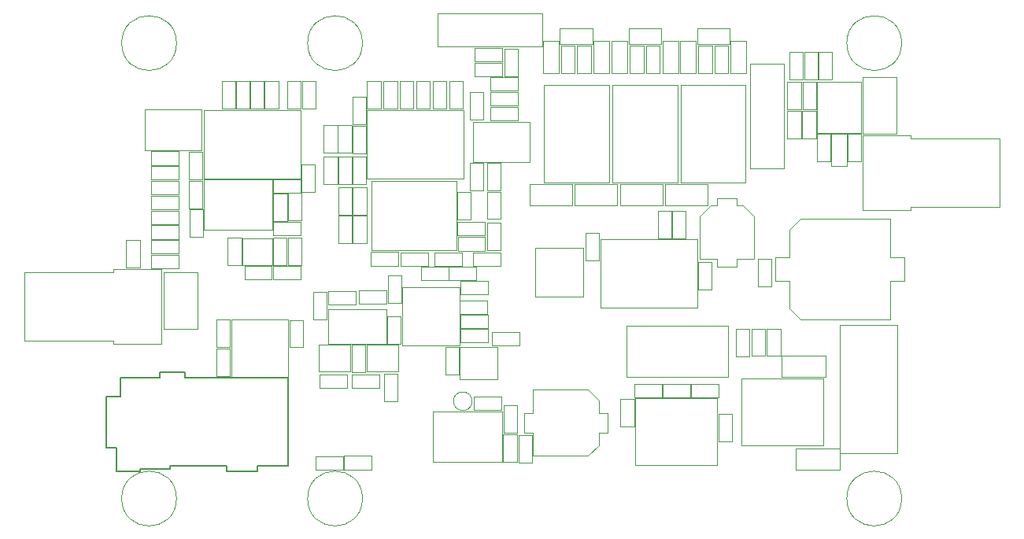
<source format=gbr>
G04 #@! TF.GenerationSoftware,KiCad,Pcbnew,7.0.10*
G04 #@! TF.CreationDate,2024-02-06T16:41:22-06:00*
G04 #@! TF.ProjectId,radiohead,72616469-6f68-4656-9164-2e6b69636164,2.0*
G04 #@! TF.SameCoordinates,Original*
G04 #@! TF.FileFunction,Other,User*
%FSLAX46Y46*%
G04 Gerber Fmt 4.6, Leading zero omitted, Abs format (unit mm)*
G04 Created by KiCad (PCBNEW 7.0.10) date 2024-02-06 16:41:22*
%MOMM*%
%LPD*%
G01*
G04 APERTURE LIST*
%ADD10C,0.050000*%
%ADD11C,0.152400*%
G04 APERTURE END LIST*
D10*
X91313200Y-110531600D02*
X91313200Y-107571600D01*
X92773200Y-110531600D02*
X91313200Y-110531600D01*
X91313200Y-107571600D02*
X92773200Y-107571600D01*
X92773200Y-107571600D02*
X92773200Y-110531600D01*
X99868000Y-124423400D02*
X99868000Y-127383400D01*
X98408000Y-124423400D02*
X99868000Y-124423400D01*
X99868000Y-127383400D02*
X98408000Y-127383400D01*
X98408000Y-127383400D02*
X98408000Y-124423400D01*
X96710400Y-128917400D02*
X93750400Y-128917400D01*
X96710400Y-127457400D02*
X96710400Y-128917400D01*
X93750400Y-128917400D02*
X93750400Y-127457400D01*
X93750400Y-127457400D02*
X96710400Y-127457400D01*
X99903200Y-119539600D02*
X99903200Y-116579600D01*
X101363200Y-119539600D02*
X99903200Y-119539600D01*
X99903200Y-116579600D02*
X101363200Y-116579600D01*
X101363200Y-116579600D02*
X101363200Y-119539600D01*
X94396532Y-110531600D02*
X94396532Y-107571600D01*
X95856532Y-110531600D02*
X94396532Y-110531600D01*
X94396532Y-107571600D02*
X95856532Y-107571600D01*
X95856532Y-107571600D02*
X95856532Y-110531600D01*
X99883700Y-119635400D02*
X99883700Y-122595400D01*
X98423700Y-119635400D02*
X99883700Y-119635400D01*
X99883700Y-122595400D02*
X98423700Y-122595400D01*
X98423700Y-122595400D02*
X98423700Y-119635400D01*
X109167600Y-131416400D02*
X109167600Y-128456400D01*
X110627600Y-131416400D02*
X109167600Y-131416400D01*
X109167600Y-128456400D02*
X110627600Y-128456400D01*
X110627600Y-128456400D02*
X110627600Y-131416400D01*
X95938200Y-110531600D02*
X95938200Y-107571600D01*
X97398200Y-110531600D02*
X95938200Y-110531600D01*
X95938200Y-107571600D02*
X97398200Y-107571600D01*
X97398200Y-107571600D02*
X97398200Y-110531600D01*
X119963900Y-130552800D02*
X117003900Y-130552800D01*
X119963900Y-129092800D02*
X119963900Y-130552800D01*
X117003900Y-130552800D02*
X117003900Y-129092800D01*
X117003900Y-129092800D02*
X119963900Y-129092800D01*
X121493200Y-107051600D02*
X118533200Y-107051600D01*
X121493200Y-105591600D02*
X121493200Y-107051600D01*
X118533200Y-107051600D02*
X118533200Y-105591600D01*
X118533200Y-105591600D02*
X121493200Y-105591600D01*
X120213200Y-108773600D02*
X123173200Y-108773600D01*
X120213200Y-110233600D02*
X120213200Y-108773600D01*
X123173200Y-108773600D02*
X123173200Y-110233600D01*
X123173200Y-110233600D02*
X120213200Y-110233600D01*
X121493200Y-105485600D02*
X118533200Y-105485600D01*
X121493200Y-104025600D02*
X121493200Y-105485600D01*
X118533200Y-105485600D02*
X118533200Y-104025600D01*
X118533200Y-104025600D02*
X121493200Y-104025600D01*
X120213200Y-107177600D02*
X123173200Y-107177600D01*
X120213200Y-108637600D02*
X120213200Y-107177600D01*
X123173200Y-107177600D02*
X123173200Y-108637600D01*
X123173200Y-108637600D02*
X120213200Y-108637600D01*
X123173200Y-111829600D02*
X120213200Y-111829600D01*
X123173200Y-110369600D02*
X123173200Y-111829600D01*
X120213200Y-111829600D02*
X120213200Y-110369600D01*
X120213200Y-110369600D02*
X123173200Y-110369600D01*
X106450000Y-103500000D02*
G75*
G03*
X100550000Y-103500000I-2950000J0D01*
G01*
X100550000Y-103500000D02*
G75*
G03*
X106450000Y-103500000I2950000J0D01*
G01*
X164450000Y-103500000D02*
G75*
G03*
X158550000Y-103500000I-2950000J0D01*
G01*
X158550000Y-103500000D02*
G75*
G03*
X164450000Y-103500000I2950000J0D01*
G01*
X86692800Y-116598974D02*
X83732800Y-116598974D01*
X86692800Y-115138974D02*
X86692800Y-116598974D01*
X83732800Y-116598974D02*
X83732800Y-115138974D01*
X83732800Y-115138974D02*
X86692800Y-115138974D01*
X86692800Y-124560844D02*
X83732800Y-124560844D01*
X86692800Y-123100844D02*
X86692800Y-124560844D01*
X83732800Y-124560844D02*
X83732800Y-123100844D01*
X83732800Y-123100844D02*
X86692800Y-123100844D01*
X83732800Y-118323722D02*
X86692800Y-118323722D01*
X83732800Y-119783722D02*
X83732800Y-118323722D01*
X86692800Y-118323722D02*
X86692800Y-119783722D01*
X86692800Y-119783722D02*
X83732800Y-119783722D01*
X86692800Y-118191348D02*
X83732800Y-118191348D01*
X86692800Y-116731348D02*
X86692800Y-118191348D01*
X83732800Y-118191348D02*
X83732800Y-116731348D01*
X83732800Y-116731348D02*
X86692800Y-116731348D01*
X86692800Y-126153218D02*
X83732800Y-126153218D01*
X86692800Y-124693218D02*
X86692800Y-126153218D01*
X83732800Y-126153218D02*
X83732800Y-124693218D01*
X83732800Y-124693218D02*
X86692800Y-124693218D01*
X84830000Y-127857600D02*
X84830000Y-135857600D01*
X79630000Y-127857600D02*
X84830000Y-127857600D01*
X79630000Y-128177600D02*
X79630000Y-127857600D01*
X70110000Y-128177600D02*
X79630000Y-128177600D01*
X79630000Y-135537600D02*
X70110000Y-135537600D01*
X79630000Y-135537600D02*
X79630000Y-135857600D01*
X70110000Y-135537600D02*
X70110000Y-128177600D01*
X79630000Y-135857600D02*
X84830000Y-135857600D01*
X103862600Y-125043800D02*
X103862600Y-122083800D01*
X105322600Y-125043800D02*
X103862600Y-125043800D01*
X103862600Y-122083800D02*
X105322600Y-122083800D01*
X105322600Y-122083800D02*
X105322600Y-125043800D01*
X116668000Y-122464800D02*
X116668000Y-119504800D01*
X118128000Y-122464800D02*
X116668000Y-122464800D01*
X116668000Y-119504800D02*
X118128000Y-119504800D01*
X118128000Y-119504800D02*
X118128000Y-122464800D01*
X113480400Y-127514200D02*
X110520400Y-127514200D01*
X113480400Y-126054200D02*
X113480400Y-127514200D01*
X110520400Y-127514200D02*
X110520400Y-126054200D01*
X110520400Y-126054200D02*
X113480400Y-126054200D01*
X106889800Y-122084000D02*
X106889800Y-125044000D01*
X105429800Y-122084000D02*
X106889800Y-122084000D01*
X106889800Y-125044000D02*
X105429800Y-125044000D01*
X105429800Y-125044000D02*
X105429800Y-122084000D01*
X96880400Y-122629800D02*
X96880400Y-119669800D01*
X98340400Y-122629800D02*
X96880400Y-122629800D01*
X96880400Y-119669800D02*
X98340400Y-119669800D01*
X98340400Y-119669800D02*
X98340400Y-122629800D01*
X87781500Y-121257200D02*
X87781500Y-118297200D01*
X89241500Y-121257200D02*
X87781500Y-121257200D01*
X87781500Y-118297200D02*
X89241500Y-118297200D01*
X89241500Y-118297200D02*
X89241500Y-121257200D01*
X98334800Y-110542200D02*
X98334800Y-107582200D01*
X99794800Y-110542200D02*
X98334800Y-110542200D01*
X98334800Y-107582200D02*
X99794800Y-107582200D01*
X99794800Y-107582200D02*
X99794800Y-110542200D01*
X108720080Y-110539600D02*
X108720080Y-107579600D01*
X110180080Y-110539600D02*
X108720080Y-110539600D01*
X108720080Y-107579600D02*
X110180080Y-107579600D01*
X110180080Y-107579600D02*
X110180080Y-110539600D01*
X105693200Y-131651600D02*
X102733200Y-131651600D01*
X105693200Y-130191600D02*
X105693200Y-131651600D01*
X102733200Y-131651600D02*
X102733200Y-130191600D01*
X102733200Y-130191600D02*
X105693200Y-130191600D01*
X117032200Y-132729200D02*
X119992200Y-132729200D01*
X117032200Y-134189200D02*
X117032200Y-132729200D01*
X119992200Y-132729200D02*
X119992200Y-134189200D01*
X119992200Y-134189200D02*
X117032200Y-134189200D01*
X114214200Y-126058200D02*
X117174200Y-126058200D01*
X114214200Y-127518200D02*
X114214200Y-126058200D01*
X117174200Y-126058200D02*
X117174200Y-127518200D01*
X117174200Y-127518200D02*
X114214200Y-127518200D01*
X110336200Y-127445600D02*
X107376200Y-127445600D01*
X110336200Y-125985600D02*
X110336200Y-127445600D01*
X107376200Y-127445600D02*
X107376200Y-125985600D01*
X107376200Y-125985600D02*
X110336200Y-125985600D01*
X99796040Y-119600500D02*
X96836040Y-119600500D01*
X99796040Y-118140500D02*
X99796040Y-119600500D01*
X96836040Y-119600500D02*
X96836040Y-118140500D01*
X96836040Y-118140500D02*
X99796040Y-118140500D01*
X118469400Y-141537400D02*
X121429400Y-141537400D01*
X118469400Y-142997400D02*
X118469400Y-141537400D01*
X121429400Y-141537400D02*
X121429400Y-142997400D01*
X121429400Y-142997400D02*
X118469400Y-142997400D01*
X123263000Y-148608800D02*
X123263000Y-145648800D01*
X124723000Y-148608800D02*
X123263000Y-148608800D01*
X123263000Y-145648800D02*
X124723000Y-145648800D01*
X124723000Y-145648800D02*
X124723000Y-148608800D01*
X106450000Y-152500000D02*
G75*
G03*
X100550000Y-152500000I-2950000J0D01*
G01*
X100550000Y-152500000D02*
G75*
G03*
X106450000Y-152500000I2950000J0D01*
G01*
X96851800Y-127467400D02*
X99811800Y-127467400D01*
X96851800Y-128927400D02*
X96851800Y-127467400D01*
X99811800Y-127467400D02*
X99811800Y-128927400D01*
X99811800Y-128927400D02*
X96851800Y-128927400D01*
X109043500Y-135859500D02*
X109043500Y-132159500D01*
X109043500Y-135859500D02*
X102743500Y-135859500D01*
X109043500Y-132159500D02*
X102743500Y-132159500D01*
X102743500Y-135859500D02*
X102743500Y-132159500D01*
X92854866Y-110531600D02*
X92854866Y-107571600D01*
X94314866Y-110531600D02*
X92854866Y-110531600D01*
X92854866Y-107571600D02*
X94314866Y-107571600D01*
X94314866Y-107571600D02*
X94314866Y-110531600D01*
X119950800Y-135715200D02*
X116990800Y-135715200D01*
X119950800Y-134255200D02*
X119950800Y-135715200D01*
X116990800Y-135715200D02*
X116990800Y-134255200D01*
X116990800Y-134255200D02*
X119950800Y-134255200D01*
X87839460Y-124319060D02*
X87839460Y-121359060D01*
X89299460Y-124319060D02*
X87839460Y-124319060D01*
X87839460Y-121359060D02*
X89299460Y-121359060D01*
X89299460Y-121359060D02*
X89299460Y-124319060D01*
X99836300Y-124204500D02*
X96876300Y-124204500D01*
X99836300Y-122744500D02*
X99836300Y-124204500D01*
X96876300Y-124204500D02*
X96876300Y-122744500D01*
X96876300Y-122744500D02*
X99836300Y-122744500D01*
X86692800Y-122968470D02*
X83732800Y-122968470D01*
X86692800Y-121508470D02*
X86692800Y-122968470D01*
X83732800Y-122968470D02*
X83732800Y-121508470D01*
X83732800Y-121508470D02*
X86692800Y-121508470D01*
X164450000Y-152500000D02*
G75*
G03*
X158550000Y-152500000I-2950000J0D01*
G01*
X158550000Y-152500000D02*
G75*
G03*
X164450000Y-152500000I2950000J0D01*
G01*
X153060000Y-147078000D02*
X153060000Y-149378000D01*
X153060000Y-147078000D02*
X157760000Y-147078000D01*
X157760000Y-147078000D02*
X157760000Y-149378000D01*
X157760000Y-149378000D02*
X153060000Y-149378000D01*
X114063600Y-143154600D02*
X114063600Y-148554600D01*
X114063600Y-148554600D02*
X121463600Y-148554600D01*
X121463600Y-143154600D02*
X114063600Y-143154600D01*
X121463600Y-148554600D02*
X121463600Y-143154600D01*
X116897200Y-135997200D02*
X116897200Y-129797200D01*
X116897200Y-129797200D02*
X110697200Y-129797200D01*
X110697200Y-135997200D02*
X116897200Y-135997200D01*
X110697200Y-129797200D02*
X110697200Y-135997200D01*
X121589000Y-148542200D02*
X121589000Y-145582200D01*
X123049000Y-148542200D02*
X121589000Y-148542200D01*
X121589000Y-145582200D02*
X123049000Y-145582200D01*
X123049000Y-145582200D02*
X123049000Y-148542200D01*
X118708200Y-129023800D02*
X115748200Y-129023800D01*
X118708200Y-127563800D02*
X118708200Y-129023800D01*
X115748200Y-129023800D02*
X115748200Y-127563800D01*
X115748200Y-127563800D02*
X118708200Y-127563800D01*
X105380400Y-112253200D02*
X105380400Y-109293200D01*
X106840400Y-112253200D02*
X105380400Y-112253200D01*
X105380400Y-109293200D02*
X106840400Y-109293200D01*
X106840400Y-109293200D02*
X106840400Y-112253200D01*
X89217800Y-115206400D02*
X89217800Y-118166400D01*
X87757800Y-115206400D02*
X89217800Y-115206400D01*
X89217800Y-118166400D02*
X87757800Y-118166400D01*
X87757800Y-118166400D02*
X87757800Y-115206400D01*
X119897600Y-132679200D02*
X116937600Y-132679200D01*
X119897600Y-131219200D02*
X119897600Y-132679200D01*
X116937600Y-132679200D02*
X116937600Y-131219200D01*
X116937600Y-131219200D02*
X119897600Y-131219200D01*
X90719200Y-139323000D02*
X90719200Y-136363000D01*
X92179200Y-139323000D02*
X90719200Y-139323000D01*
X90719200Y-136363000D02*
X92179200Y-136363000D01*
X92179200Y-136363000D02*
X92179200Y-139323000D01*
X92194000Y-133262200D02*
X92194000Y-136222200D01*
X90734000Y-133262200D02*
X92194000Y-133262200D01*
X92194000Y-136222200D02*
X90734000Y-136222200D01*
X90734000Y-136222200D02*
X90734000Y-133262200D01*
X100100200Y-133276800D02*
X100100200Y-136236800D01*
X98640200Y-133276800D02*
X100100200Y-133276800D01*
X100100200Y-136236800D02*
X98640200Y-136236800D01*
X98640200Y-136236800D02*
X98640200Y-133276800D01*
X106918200Y-118076600D02*
X117318200Y-118076600D01*
X117318200Y-118076600D02*
X117318200Y-110676600D01*
X106918200Y-110676600D02*
X106918200Y-118076600D01*
X117318200Y-110676600D02*
X106918200Y-110676600D01*
X83732800Y-119916096D02*
X86692800Y-119916096D01*
X83732800Y-121376096D02*
X83732800Y-119916096D01*
X86692800Y-119916096D02*
X86692800Y-121376096D01*
X86692800Y-121376096D02*
X83732800Y-121376096D01*
X86692800Y-127745598D02*
X83732800Y-127745598D01*
X86692800Y-126285598D02*
X86692800Y-127745598D01*
X83732800Y-127745598D02*
X83732800Y-126285598D01*
X83732800Y-126285598D02*
X86692800Y-126285598D01*
X115369400Y-139189000D02*
X115369400Y-136229000D01*
X116829400Y-139189000D02*
X115369400Y-139189000D01*
X115369400Y-136229000D02*
X116829400Y-136229000D01*
X116829400Y-136229000D02*
X116829400Y-139189000D01*
X105304800Y-138931000D02*
X105304800Y-135971000D01*
X106764800Y-138931000D02*
X105304800Y-138931000D01*
X105304800Y-135971000D02*
X106764800Y-135971000D01*
X106764800Y-135971000D02*
X106764800Y-138931000D01*
X116687400Y-122755200D02*
X119647400Y-122755200D01*
X116687400Y-124215200D02*
X116687400Y-122755200D01*
X119647400Y-122755200D02*
X119647400Y-124215200D01*
X119647400Y-124215200D02*
X116687400Y-124215200D01*
X150860000Y-126508000D02*
X150860000Y-129108000D01*
X150860000Y-129108000D02*
X152410000Y-129108000D01*
X152410000Y-123558000D02*
X152410000Y-126508000D01*
X152410000Y-123558000D02*
X153560000Y-122408000D01*
X152410000Y-126508000D02*
X150860000Y-126508000D01*
X152410000Y-129108000D02*
X152410000Y-132058000D01*
X152410000Y-132058000D02*
X153560000Y-133208000D01*
X153560000Y-122408000D02*
X163210000Y-122408000D01*
X153560000Y-133208000D02*
X163210000Y-133208000D01*
X163210000Y-122408000D02*
X163210000Y-126508000D01*
X163210000Y-126508000D02*
X164760000Y-126508000D01*
X163210000Y-129108000D02*
X163210000Y-133208000D01*
X164760000Y-126508000D02*
X164760000Y-129108000D01*
X164760000Y-129108000D02*
X163210000Y-129108000D01*
X102623200Y-130296600D02*
X102623200Y-133256600D01*
X101163200Y-130296600D02*
X102623200Y-130296600D01*
X102623200Y-133256600D02*
X101163200Y-133256600D01*
X101163200Y-133256600D02*
X101163200Y-130296600D01*
X120356000Y-134585400D02*
X123316000Y-134585400D01*
X120356000Y-136045400D02*
X120356000Y-134585400D01*
X123316000Y-134585400D02*
X123316000Y-136045400D01*
X123316000Y-136045400D02*
X120356000Y-136045400D01*
X157820000Y-133836000D02*
X157820000Y-147586000D01*
X157820000Y-147586000D02*
X163970000Y-147586000D01*
X163970000Y-133836000D02*
X157820000Y-133836000D01*
X163970000Y-147586000D02*
X163970000Y-133836000D01*
X148104600Y-134228800D02*
X148104600Y-137188800D01*
X146644600Y-134228800D02*
X148104600Y-134228800D01*
X148104600Y-137188800D02*
X146644600Y-137188800D01*
X146644600Y-137188800D02*
X146644600Y-134228800D01*
X148320000Y-137168000D02*
X148320000Y-134208000D01*
X149780000Y-137168000D02*
X148320000Y-137168000D01*
X148320000Y-134208000D02*
X149780000Y-134208000D01*
X149780000Y-134208000D02*
X149780000Y-137168000D01*
X105317000Y-119005000D02*
X105317000Y-121965000D01*
X103857000Y-119005000D02*
X105317000Y-119005000D01*
X105317000Y-121965000D02*
X103857000Y-121965000D01*
X103857000Y-121965000D02*
X103857000Y-119005000D01*
X105417200Y-121967600D02*
X105417200Y-119007600D01*
X106877200Y-121967600D02*
X105417200Y-121967600D01*
X105417200Y-119007600D02*
X106877200Y-119007600D01*
X106877200Y-119007600D02*
X106877200Y-121967600D01*
X118239800Y-142029400D02*
G75*
G03*
X116239800Y-142029400I-1000000J0D01*
G01*
X116239800Y-142029400D02*
G75*
G03*
X118239800Y-142029400I1000000J0D01*
G01*
X156030000Y-146798000D02*
X156030000Y-139598000D01*
X156030000Y-139598000D02*
X147230000Y-139598000D01*
X147230000Y-146798000D02*
X156030000Y-146798000D01*
X147230000Y-139598000D02*
X147230000Y-146798000D01*
X116696400Y-124374800D02*
X119656400Y-124374800D01*
X116696400Y-125834800D02*
X116696400Y-124374800D01*
X119656400Y-124374800D02*
X119656400Y-125834800D01*
X119656400Y-125834800D02*
X116696400Y-125834800D01*
X91956800Y-127403200D02*
X91956800Y-124443200D01*
X93416800Y-127403200D02*
X91956800Y-127403200D01*
X91956800Y-124443200D02*
X93416800Y-124443200D01*
X93416800Y-124443200D02*
X93416800Y-127403200D01*
X124425200Y-116306600D02*
X118329200Y-116306600D01*
X124425200Y-111966600D02*
X124425200Y-116306600D01*
X118329200Y-116306600D02*
X118329200Y-111966600D01*
X118329200Y-111966600D02*
X124425200Y-111966600D01*
X83075200Y-110666600D02*
X89171200Y-110666600D01*
X83075200Y-115006600D02*
X83075200Y-110666600D01*
X89171200Y-110666600D02*
X89171200Y-115006600D01*
X89171200Y-115006600D02*
X83075200Y-115006600D01*
X144730600Y-141610800D02*
X141770600Y-141610800D01*
X144730600Y-140150800D02*
X144730600Y-141610800D01*
X141770600Y-141610800D02*
X141770600Y-140150800D01*
X141770600Y-140150800D02*
X144730600Y-140150800D01*
X141698400Y-141629200D02*
X138738400Y-141629200D01*
X141698400Y-140169200D02*
X141698400Y-141629200D01*
X138738400Y-141629200D02*
X138738400Y-140169200D01*
X138738400Y-140169200D02*
X141698400Y-140169200D01*
X121621800Y-145447200D02*
X121621800Y-142487200D01*
X123081800Y-145447200D02*
X121621800Y-145447200D01*
X121621800Y-142487200D02*
X123081800Y-142487200D01*
X123081800Y-142487200D02*
X123081800Y-145447200D01*
X150449200Y-126723600D02*
X150449200Y-129683600D01*
X148989200Y-126723600D02*
X150449200Y-126723600D01*
X150449200Y-129683600D02*
X148989200Y-129683600D01*
X148989200Y-129683600D02*
X148989200Y-126723600D01*
X108406800Y-107579600D02*
X108406800Y-110539600D01*
X106946800Y-107579600D02*
X108406800Y-107579600D01*
X108406800Y-110539600D02*
X106946800Y-110539600D01*
X106946800Y-110539600D02*
X106946800Y-107579600D01*
X151410000Y-134208000D02*
X151410000Y-137168000D01*
X149950000Y-134208000D02*
X151410000Y-134208000D01*
X151410000Y-137168000D02*
X149950000Y-137168000D01*
X149950000Y-137168000D02*
X149950000Y-134208000D01*
X146187800Y-143385400D02*
X146187800Y-146345400D01*
X144727800Y-143385400D02*
X146187800Y-143385400D01*
X146187800Y-146345400D02*
X144727800Y-146345400D01*
X144727800Y-146345400D02*
X144727800Y-143385400D01*
X144608000Y-148888000D02*
X144608000Y-141688000D01*
X144608000Y-141688000D02*
X135808000Y-141688000D01*
X135808000Y-148888000D02*
X144608000Y-148888000D01*
X135808000Y-141688000D02*
X135808000Y-148888000D01*
X118363600Y-126049600D02*
X121323600Y-126049600D01*
X118363600Y-127509600D02*
X118363600Y-126049600D01*
X121323600Y-126049600D02*
X121323600Y-127509600D01*
X121323600Y-127509600D02*
X118363600Y-127509600D01*
X112741000Y-127549800D02*
X115701000Y-127549800D01*
X112741000Y-129009800D02*
X112741000Y-127549800D01*
X115701000Y-127549800D02*
X115701000Y-129009800D01*
X115701000Y-129009800D02*
X112741000Y-129009800D01*
X134220200Y-144736000D02*
X134220200Y-141776000D01*
X135680200Y-144736000D02*
X134220200Y-144736000D01*
X134220200Y-141776000D02*
X135680200Y-141776000D01*
X135680200Y-141776000D02*
X135680200Y-144736000D01*
X132790000Y-145398000D02*
X132790000Y-143298000D01*
X132790000Y-143298000D02*
X131890000Y-143298000D01*
X131890000Y-146748000D02*
X131890000Y-145398000D01*
X131890000Y-146748000D02*
X130740000Y-147898000D01*
X131890000Y-145398000D02*
X132790000Y-145398000D01*
X131890000Y-143298000D02*
X131890000Y-141948000D01*
X131890000Y-141948000D02*
X130740000Y-140798000D01*
X130740000Y-147898000D02*
X124790000Y-147898000D01*
X130740000Y-140798000D02*
X124790000Y-140798000D01*
X124790000Y-147898000D02*
X124790000Y-145398000D01*
X124790000Y-145398000D02*
X123890000Y-145398000D01*
X124790000Y-143298000D02*
X124790000Y-140798000D01*
X123890000Y-145398000D02*
X123890000Y-143298000D01*
X123890000Y-143298000D02*
X124790000Y-143298000D01*
X96764800Y-123588200D02*
X96764800Y-118188200D01*
X96764800Y-118188200D02*
X89364800Y-118188200D01*
X89364800Y-123588200D02*
X96764800Y-123588200D01*
X89364800Y-118188200D02*
X89364800Y-123588200D01*
X96846600Y-127394200D02*
X96846600Y-124434200D01*
X98306600Y-127394200D02*
X96846600Y-127394200D01*
X96846600Y-124434200D02*
X98306600Y-124434200D01*
X98306600Y-124434200D02*
X98306600Y-127394200D01*
X119871400Y-125786200D02*
X119871400Y-122826200D01*
X121331400Y-125786200D02*
X119871400Y-125786200D01*
X119871400Y-122826200D02*
X121331400Y-122826200D01*
X121331400Y-122826200D02*
X121331400Y-125786200D01*
X105393200Y-118669600D02*
X105393200Y-115709600D01*
X106853200Y-118669600D02*
X105393200Y-118669600D01*
X105393200Y-115709600D02*
X106853200Y-115709600D01*
X106853200Y-115709600D02*
X106853200Y-118669600D01*
X103843200Y-118659600D02*
X103843200Y-115699600D01*
X105303200Y-118659600D02*
X103843200Y-118659600D01*
X103843200Y-115699600D02*
X105303200Y-115699600D01*
X105303200Y-115699600D02*
X105303200Y-118659600D01*
X114039920Y-110539600D02*
X114039920Y-107579600D01*
X115499920Y-110539600D02*
X114039920Y-110539600D01*
X114039920Y-107579600D02*
X115499920Y-107579600D01*
X115499920Y-107579600D02*
X115499920Y-110539600D01*
X110493360Y-110539600D02*
X110493360Y-107579600D01*
X111953360Y-110539600D02*
X110493360Y-110539600D01*
X110493360Y-107579600D02*
X111953360Y-107579600D01*
X111953360Y-107579600D02*
X111953360Y-110539600D01*
X115813200Y-110539600D02*
X115813200Y-107579600D01*
X117273200Y-110539600D02*
X115813200Y-110539600D01*
X115813200Y-107579600D02*
X117273200Y-107579600D01*
X117273200Y-107579600D02*
X117273200Y-110539600D01*
X112266640Y-110539600D02*
X112266640Y-107579600D01*
X113726640Y-110539600D02*
X112266640Y-110539600D01*
X112266640Y-107579600D02*
X113726640Y-107579600D01*
X113726640Y-107579600D02*
X113726640Y-110539600D01*
X119848200Y-122438600D02*
X119848200Y-119478600D01*
X121308200Y-122438600D02*
X119848200Y-122438600D01*
X119848200Y-119478600D02*
X121308200Y-119478600D01*
X121308200Y-119478600D02*
X121308200Y-122438600D01*
X117982000Y-119374200D02*
X117982000Y-116414200D01*
X119442000Y-119374200D02*
X117982000Y-119374200D01*
X117982000Y-116414200D02*
X119442000Y-116414200D01*
X119442000Y-116414200D02*
X119442000Y-119374200D01*
X119483200Y-108749600D02*
X119483200Y-111709600D01*
X118023200Y-108749600D02*
X119483200Y-108749600D01*
X119483200Y-111709600D02*
X118023200Y-111709600D01*
X118023200Y-111709600D02*
X118023200Y-108749600D01*
X105383200Y-115339600D02*
X105383200Y-112379600D01*
X106843200Y-115339600D02*
X105383200Y-115339600D01*
X105383200Y-112379600D02*
X106843200Y-112379600D01*
X106843200Y-112379600D02*
X106843200Y-115339600D01*
X103823200Y-115319600D02*
X103823200Y-112359600D01*
X105283200Y-115319600D02*
X103823200Y-115319600D01*
X103823200Y-112359600D02*
X105283200Y-112359600D01*
X105283200Y-112359600D02*
X105283200Y-115319600D01*
X102293200Y-115309600D02*
X102293200Y-112349600D01*
X103753200Y-115309600D02*
X102293200Y-115309600D01*
X102293200Y-112349600D02*
X103753200Y-112349600D01*
X103753200Y-112349600D02*
X103753200Y-115309600D01*
X102293200Y-118649600D02*
X102293200Y-115689600D01*
X103753200Y-118649600D02*
X102293200Y-118649600D01*
X102293200Y-115689600D02*
X103753200Y-115689600D01*
X103753200Y-115689600D02*
X103753200Y-118649600D01*
X116896400Y-136239200D02*
X116896400Y-139639200D01*
X116896400Y-139639200D02*
X120996400Y-139639200D01*
X120996400Y-136239200D02*
X116896400Y-136239200D01*
X120996400Y-139639200D02*
X120996400Y-136239200D01*
X156240000Y-139388000D02*
X156240000Y-137088000D01*
X156240000Y-139388000D02*
X151540000Y-139388000D01*
X151540000Y-139388000D02*
X151540000Y-137088000D01*
X151540000Y-137088000D02*
X156240000Y-137088000D01*
X123175000Y-104115000D02*
X123175000Y-107075000D01*
X121715000Y-104115000D02*
X123175000Y-104115000D01*
X123175000Y-107075000D02*
X121715000Y-107075000D01*
X121715000Y-107075000D02*
X121715000Y-104115000D01*
X107408600Y-125747000D02*
X116568600Y-125747000D01*
X116568600Y-125747000D02*
X116568600Y-118347000D01*
X107408600Y-118347000D02*
X107408600Y-125747000D01*
X116568600Y-118347000D02*
X107408600Y-118347000D01*
X138718332Y-120935000D02*
X134158332Y-120935000D01*
X138718332Y-118695000D02*
X138718332Y-120935000D01*
X134158332Y-120935000D02*
X134158332Y-118695000D01*
X134158332Y-118695000D02*
X138718332Y-118695000D01*
X105295000Y-139125000D02*
X108255000Y-139125000D01*
X105295000Y-140585000D02*
X105295000Y-139125000D01*
X108255000Y-139125000D02*
X108255000Y-140585000D01*
X108255000Y-140585000D02*
X105295000Y-140585000D01*
X131185000Y-103635000D02*
X127685000Y-103635000D01*
X131185000Y-101935000D02*
X131185000Y-103635000D01*
X127685000Y-103635000D02*
X127685000Y-101935000D01*
X127685000Y-101935000D02*
X131185000Y-101935000D01*
X145795000Y-139415000D02*
X145795000Y-133915000D01*
X145795000Y-133915000D02*
X134895000Y-133915000D01*
X134895000Y-139415000D02*
X145795000Y-139415000D01*
X134895000Y-133915000D02*
X134895000Y-139415000D01*
X141235000Y-121535000D02*
X141235000Y-124495000D01*
X139775000Y-121535000D02*
X141235000Y-121535000D01*
X141235000Y-124495000D02*
X139775000Y-124495000D01*
X139775000Y-124495000D02*
X139775000Y-121535000D01*
X131017220Y-103765000D02*
X131017220Y-106725000D01*
X129557220Y-103765000D02*
X131017220Y-103765000D01*
X131017220Y-106725000D02*
X129557220Y-106725000D01*
X129557220Y-106725000D02*
X129557220Y-103765000D01*
X148155000Y-105745000D02*
X148155000Y-116945000D01*
X148155000Y-116945000D02*
X151755000Y-116945000D01*
X151755000Y-105745000D02*
X148155000Y-105745000D01*
X151755000Y-116945000D02*
X151755000Y-105745000D01*
X155485000Y-107445000D02*
X155485000Y-104485000D01*
X156945000Y-107445000D02*
X155485000Y-107445000D01*
X155485000Y-104485000D02*
X156945000Y-104485000D01*
X156945000Y-104485000D02*
X156945000Y-107445000D01*
X101425000Y-147925000D02*
X104385000Y-147925000D01*
X101425000Y-149385000D02*
X101425000Y-147925000D01*
X104385000Y-147925000D02*
X104385000Y-149385000D01*
X104385000Y-149385000D02*
X101425000Y-149385000D01*
X142335000Y-103225000D02*
X142335000Y-106725000D01*
X140635000Y-103225000D02*
X142335000Y-103225000D01*
X142335000Y-106725000D02*
X140635000Y-106725000D01*
X140635000Y-106725000D02*
X140635000Y-103225000D01*
X106063600Y-130105400D02*
X109023600Y-130105400D01*
X106063600Y-131565400D02*
X106063600Y-130105400D01*
X109023600Y-130105400D02*
X109023600Y-131565400D01*
X109023600Y-131565400D02*
X106063600Y-131565400D01*
X125015000Y-125545000D02*
X125015000Y-130745000D01*
X125015000Y-130745000D02*
X130215000Y-130745000D01*
X130215000Y-125545000D02*
X125015000Y-125545000D01*
X130215000Y-130745000D02*
X130215000Y-125545000D01*
X104485000Y-147915000D02*
X107445000Y-147915000D01*
X104485000Y-149375000D02*
X104485000Y-147915000D01*
X107445000Y-147915000D02*
X107445000Y-149375000D01*
X107445000Y-149375000D02*
X104485000Y-149375000D01*
X127555000Y-103225000D02*
X127555000Y-106725000D01*
X125855000Y-103225000D02*
X127555000Y-103225000D01*
X127555000Y-106725000D02*
X125855000Y-106725000D01*
X125855000Y-106725000D02*
X125855000Y-103225000D01*
X160075000Y-107675000D02*
X155335000Y-107675000D01*
X160075000Y-107675000D02*
X160075000Y-113135000D01*
X155335000Y-113135000D02*
X155335000Y-107675000D01*
X155335000Y-113135000D02*
X160075000Y-113135000D01*
X121309800Y-116414800D02*
X121309800Y-119374800D01*
X119849800Y-116414800D02*
X121309800Y-116414800D01*
X121309800Y-119374800D02*
X119849800Y-119374800D01*
X119849800Y-119374800D02*
X119849800Y-116414800D01*
X101735000Y-138853200D02*
X101735000Y-135953200D01*
X105135000Y-138853200D02*
X101735000Y-138853200D01*
X101735000Y-135953200D02*
X105135000Y-135953200D01*
X105135000Y-135953200D02*
X105135000Y-138853200D01*
X110245000Y-139055000D02*
X110245000Y-142015000D01*
X108785000Y-139055000D02*
X110245000Y-139055000D01*
X110245000Y-142015000D02*
X108785000Y-142015000D01*
X108785000Y-142015000D02*
X108785000Y-139055000D01*
X81035000Y-127605000D02*
X81035000Y-124645000D01*
X82495000Y-127605000D02*
X81035000Y-127605000D01*
X81035000Y-124645000D02*
X82495000Y-124645000D01*
X82495000Y-124645000D02*
X82495000Y-127605000D01*
X155325000Y-116185000D02*
X155325000Y-113225000D01*
X156785000Y-116185000D02*
X155325000Y-116185000D01*
X155325000Y-113225000D02*
X156785000Y-113225000D01*
X156785000Y-113225000D02*
X156785000Y-116185000D01*
X143575000Y-120935000D02*
X139015000Y-120935000D01*
X143575000Y-118695000D02*
X143575000Y-120935000D01*
X139015000Y-120935000D02*
X139015000Y-118695000D01*
X139015000Y-118695000D02*
X143575000Y-118695000D01*
X147715000Y-103225000D02*
X147715000Y-106725000D01*
X146015000Y-103225000D02*
X147715000Y-103225000D01*
X147715000Y-106725000D02*
X146015000Y-106725000D01*
X146015000Y-106725000D02*
X146015000Y-103225000D01*
X160105000Y-113225000D02*
X160105000Y-116185000D01*
X158645000Y-113225000D02*
X160105000Y-113225000D01*
X160105000Y-116185000D02*
X158645000Y-116185000D01*
X158645000Y-116185000D02*
X158645000Y-113225000D01*
X129286110Y-103765000D02*
X129286110Y-106725000D01*
X127826110Y-103765000D02*
X129286110Y-103765000D01*
X129286110Y-106725000D02*
X127826110Y-106725000D01*
X127826110Y-106725000D02*
X127826110Y-103765000D01*
X88695000Y-128115000D02*
X85095000Y-128115000D01*
X85095000Y-128115000D02*
X85095000Y-134265000D01*
X88695000Y-134265000D02*
X88695000Y-128115000D01*
X85095000Y-134265000D02*
X88695000Y-134265000D01*
X144048333Y-103765000D02*
X144048333Y-106725000D01*
X142588333Y-103765000D02*
X144048333Y-103765000D01*
X144048333Y-106725000D02*
X142588333Y-106725000D01*
X142588333Y-106725000D02*
X142588333Y-103765000D01*
X132975000Y-118485000D02*
X132975000Y-107985000D01*
X132975000Y-118485000D02*
X125995000Y-118485000D01*
X125995000Y-107985000D02*
X132975000Y-107985000D01*
X125995000Y-107985000D02*
X125995000Y-118485000D01*
X160260000Y-121440000D02*
X160260000Y-113440000D01*
X165460000Y-121440000D02*
X160260000Y-121440000D01*
X165460000Y-121120000D02*
X165460000Y-121440000D01*
X174980000Y-121120000D02*
X165460000Y-121120000D01*
X165460000Y-113760000D02*
X174980000Y-113760000D01*
X165460000Y-113760000D02*
X165460000Y-113440000D01*
X174980000Y-113760000D02*
X174980000Y-121120000D01*
X165460000Y-113440000D02*
X160260000Y-113440000D01*
X132035000Y-131975000D02*
X142435000Y-131975000D01*
X142435000Y-131975000D02*
X142435000Y-124575000D01*
X132035000Y-124575000D02*
X132035000Y-131975000D01*
X142435000Y-124575000D02*
X132035000Y-124575000D01*
X138655000Y-141625000D02*
X135695000Y-141625000D01*
X138655000Y-140165000D02*
X138655000Y-141625000D01*
X135695000Y-141625000D02*
X135695000Y-140165000D01*
X135695000Y-140165000D02*
X138655000Y-140165000D01*
X131915000Y-123935000D02*
X131915000Y-126895000D01*
X130455000Y-123935000D02*
X131915000Y-123935000D01*
X131915000Y-126895000D02*
X130455000Y-126895000D01*
X130455000Y-126895000D02*
X130455000Y-123935000D01*
X140423333Y-103225000D02*
X140423333Y-106725000D01*
X138723333Y-103225000D02*
X140423333Y-103225000D01*
X140423333Y-106725000D02*
X138723333Y-106725000D01*
X138723333Y-106725000D02*
X138723333Y-103225000D01*
X143995000Y-127075000D02*
X143995000Y-130035000D01*
X142535000Y-127075000D02*
X143995000Y-127075000D01*
X143995000Y-130035000D02*
X142535000Y-130035000D01*
X142535000Y-130035000D02*
X142535000Y-127075000D01*
X153765000Y-113785000D02*
X153765000Y-110825000D01*
X155225000Y-113785000D02*
X153765000Y-113785000D01*
X153765000Y-110825000D02*
X155225000Y-110825000D01*
X155225000Y-110825000D02*
X155225000Y-113785000D01*
X134953333Y-103225000D02*
X134953333Y-106725000D01*
X133253333Y-103225000D02*
X134953333Y-103225000D01*
X134953333Y-106725000D02*
X133253333Y-106725000D01*
X133253333Y-106725000D02*
X133253333Y-103225000D01*
X156875000Y-116725000D02*
X156875000Y-113225000D01*
X158575000Y-116725000D02*
X156875000Y-116725000D01*
X156875000Y-113225000D02*
X158575000Y-113225000D01*
X158575000Y-113225000D02*
X158575000Y-116725000D01*
X145761666Y-103765000D02*
X145761666Y-106725000D01*
X144301666Y-103765000D02*
X145761666Y-103765000D01*
X145761666Y-106725000D02*
X144301666Y-106725000D01*
X144301666Y-106725000D02*
X144301666Y-103765000D01*
X152385000Y-107445000D02*
X152385000Y-104485000D01*
X153845000Y-107445000D02*
X152385000Y-107445000D01*
X152385000Y-104485000D02*
X153845000Y-104485000D01*
X153845000Y-104485000D02*
X153845000Y-107445000D01*
X92324600Y-133232800D02*
X92324600Y-139382800D01*
X92324600Y-139382800D02*
X98474600Y-139382800D01*
X98474600Y-133232800D02*
X92324600Y-133232800D01*
X98474600Y-139382800D02*
X98474600Y-133232800D01*
X138439999Y-103765000D02*
X138439999Y-106725000D01*
X136979999Y-103765000D02*
X138439999Y-103765000D01*
X138439999Y-106725000D02*
X136979999Y-106725000D01*
X136979999Y-106725000D02*
X136979999Y-103765000D01*
X152155000Y-113785000D02*
X152155000Y-110825000D01*
X153615000Y-113785000D02*
X152155000Y-113785000D01*
X152155000Y-110825000D02*
X153615000Y-110825000D01*
X153615000Y-110825000D02*
X153615000Y-113785000D01*
X109130400Y-135850400D02*
X109130400Y-132890400D01*
X110590400Y-135850400D02*
X109130400Y-135850400D01*
X109130400Y-132890400D02*
X110590400Y-132890400D01*
X110590400Y-132890400D02*
X110590400Y-135850400D01*
X96725000Y-127355000D02*
X96725000Y-124555000D01*
X96725000Y-127355000D02*
X93525000Y-127355000D01*
X96725000Y-124555000D02*
X93525000Y-124555000D01*
X93525000Y-124555000D02*
X93525000Y-127355000D01*
X86450000Y-103500000D02*
G75*
G03*
X80550000Y-103500000I-2950000J0D01*
G01*
X80550000Y-103500000D02*
G75*
G03*
X86450000Y-103500000I2950000J0D01*
G01*
X139695000Y-121525000D02*
X139695000Y-124485000D01*
X138235000Y-121525000D02*
X139695000Y-121525000D01*
X139695000Y-124485000D02*
X138235000Y-124485000D01*
X138235000Y-124485000D02*
X138235000Y-121525000D01*
X163895000Y-107145000D02*
X160295000Y-107145000D01*
X160295000Y-107145000D02*
X160295000Y-113295000D01*
X163895000Y-113295000D02*
X163895000Y-107145000D01*
X160295000Y-113295000D02*
X163895000Y-113295000D01*
X147665000Y-118485000D02*
X147665000Y-107985000D01*
X147665000Y-118485000D02*
X140685000Y-118485000D01*
X140685000Y-107985000D02*
X147665000Y-107985000D01*
X140685000Y-107985000D02*
X140685000Y-118485000D01*
X106915000Y-138854200D02*
X106915000Y-135954200D01*
X110315000Y-138854200D02*
X106915000Y-138854200D01*
X106915000Y-135954200D02*
X110315000Y-135954200D01*
X110315000Y-135954200D02*
X110315000Y-138854200D01*
X133861666Y-120935000D02*
X129301666Y-120935000D01*
X133861666Y-118695000D02*
X133861666Y-120935000D01*
X129301666Y-120935000D02*
X129301666Y-118695000D01*
X129301666Y-118695000D02*
X133861666Y-118695000D01*
X129005000Y-120935000D02*
X124445000Y-120935000D01*
X129005000Y-118695000D02*
X129005000Y-120935000D01*
X124445000Y-120935000D02*
X124445000Y-118695000D01*
X124445000Y-118695000D02*
X129005000Y-118695000D01*
X136696666Y-103765000D02*
X136696666Y-106725000D01*
X135236666Y-103765000D02*
X136696666Y-103765000D01*
X136696666Y-106725000D02*
X135236666Y-106725000D01*
X135236666Y-106725000D02*
X135236666Y-103765000D01*
X101405600Y-107617200D02*
X101405600Y-110577200D01*
X99945600Y-107617200D02*
X101405600Y-107617200D01*
X101405600Y-110577200D02*
X99945600Y-110577200D01*
X99945600Y-110577200D02*
X99945600Y-107617200D01*
X140343333Y-118485000D02*
X140343333Y-107985000D01*
X140343333Y-118485000D02*
X133363333Y-118485000D01*
X133363333Y-107985000D02*
X140343333Y-107985000D01*
X133363333Y-107985000D02*
X133363333Y-118485000D01*
X146705000Y-120155000D02*
X144605000Y-120155000D01*
X144605000Y-120155000D02*
X144605000Y-120955000D01*
X147405000Y-120955000D02*
X146705000Y-120955000D01*
X147405000Y-120955000D02*
X148555000Y-122105000D01*
X146705000Y-120955000D02*
X146705000Y-120155000D01*
X144605000Y-120955000D02*
X143905000Y-120955000D01*
X143905000Y-120955000D02*
X142755000Y-122105000D01*
X148555000Y-122105000D02*
X148555000Y-126755000D01*
X142755000Y-122105000D02*
X142755000Y-126755000D01*
X148555000Y-126755000D02*
X146705000Y-126755000D01*
X146705000Y-126755000D02*
X146705000Y-127555000D01*
X144605000Y-126755000D02*
X142755000Y-126755000D01*
X146705000Y-127555000D02*
X144605000Y-127555000D01*
X144605000Y-127555000D02*
X144605000Y-126755000D01*
X86450000Y-152500000D02*
G75*
G03*
X80550000Y-152500000I-2950000J0D01*
G01*
X80550000Y-152500000D02*
G75*
G03*
X86450000Y-152500000I2950000J0D01*
G01*
D11*
X80017399Y-149606000D02*
X82531999Y-149606000D01*
X82531999Y-149606000D02*
X82531999Y-149313900D01*
X91823700Y-149606000D02*
X95125700Y-149606000D01*
X95125700Y-149606000D02*
X95125700Y-149004800D01*
X82531999Y-149313900D02*
X85725701Y-149313900D01*
X85725701Y-149313900D02*
X85725701Y-149004800D01*
X85725701Y-149004800D02*
X91823700Y-149004800D01*
X91823700Y-149004800D02*
X91823700Y-149606000D01*
X95125700Y-149004800D02*
X98429300Y-149004800D01*
X98429300Y-149004800D02*
X98429300Y-139505200D01*
X78922100Y-147010900D02*
X80017399Y-147010900D01*
X80017399Y-147010900D02*
X80017399Y-149606000D01*
X78922100Y-141499100D02*
X78922100Y-147010900D01*
X80420700Y-141499100D02*
X78922100Y-141499100D01*
X80420700Y-139505200D02*
X80420700Y-141499100D01*
X84615800Y-139505200D02*
X80420700Y-139505200D01*
X87333600Y-139505200D02*
X87333600Y-138904000D01*
X98429300Y-139505200D02*
X87333600Y-139505200D01*
X84615800Y-138904000D02*
X84615800Y-139505200D01*
X87333600Y-138904000D02*
X84615800Y-138904000D01*
D10*
X114575000Y-103885000D02*
X125775000Y-103885000D01*
X125775000Y-103885000D02*
X125775000Y-100285000D01*
X114575000Y-100285000D02*
X114575000Y-103885000D01*
X125775000Y-100285000D02*
X114575000Y-100285000D01*
X104825000Y-140585000D02*
X101865000Y-140585000D01*
X104825000Y-139125000D02*
X104825000Y-140585000D01*
X101865000Y-140585000D02*
X101865000Y-139125000D01*
X101865000Y-139125000D02*
X104825000Y-139125000D01*
X99789600Y-110676600D02*
X89389600Y-110676600D01*
X89389600Y-110676600D02*
X89389600Y-118076600D01*
X99789600Y-118076600D02*
X99789600Y-110676600D01*
X89389600Y-118076600D02*
X99789600Y-118076600D01*
X145935000Y-103635000D02*
X142435000Y-103635000D01*
X145935000Y-101935000D02*
X145935000Y-103635000D01*
X142435000Y-103635000D02*
X142435000Y-101935000D01*
X142435000Y-101935000D02*
X145935000Y-101935000D01*
X152165000Y-110665000D02*
X152165000Y-107705000D01*
X153625000Y-110665000D02*
X152165000Y-110665000D01*
X152165000Y-107705000D02*
X153625000Y-107705000D01*
X153625000Y-107705000D02*
X153625000Y-110665000D01*
X132988332Y-103225000D02*
X132988332Y-106725000D01*
X131288332Y-103225000D02*
X132988332Y-103225000D01*
X132988332Y-106725000D02*
X131288332Y-106725000D01*
X131288332Y-106725000D02*
X131288332Y-103225000D01*
X138583333Y-103635000D02*
X135083333Y-103635000D01*
X138583333Y-101935000D02*
X138583333Y-103635000D01*
X135083333Y-103635000D02*
X135083333Y-101935000D01*
X135083333Y-101935000D02*
X138583333Y-101935000D01*
X153805000Y-110665000D02*
X153805000Y-107705000D01*
X155265000Y-110665000D02*
X153805000Y-110665000D01*
X153805000Y-107705000D02*
X155265000Y-107705000D01*
X155265000Y-107705000D02*
X155265000Y-110665000D01*
X155445000Y-104485000D02*
X155445000Y-107445000D01*
X153985000Y-104485000D02*
X155445000Y-104485000D01*
X155445000Y-107445000D02*
X153985000Y-107445000D01*
X153985000Y-107445000D02*
X153985000Y-104485000D01*
M02*

</source>
